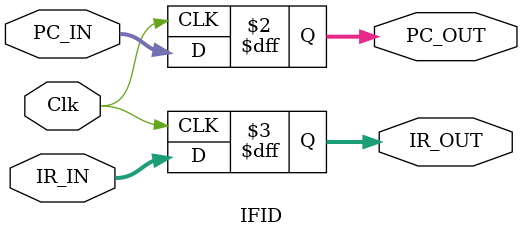
<source format=v>

`timescale 1ns/1ns

module IFID(Clk, PC_IN, IR_IN, PC_OUT, IR_OUT);

input Clk;
input [31:0] PC_IN, IR_IN;

output reg [31:0] PC_OUT, IR_OUT;

always @(posedge Clk) begin
    PC_OUT <= PC_IN;
    IR_OUT <= IR_IN;
end

endmodule


</source>
